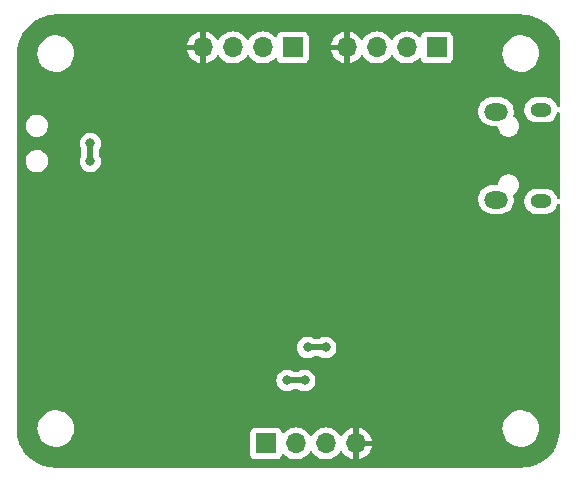
<source format=gbr>
%TF.GenerationSoftware,KiCad,Pcbnew,(6.0.8)*%
%TF.CreationDate,2023-08-22T19:06:44+05:30*%
%TF.ProjectId,stmwork,73746d77-6f72-46b2-9e6b-696361645f70,v1*%
%TF.SameCoordinates,Original*%
%TF.FileFunction,Copper,L2,Bot*%
%TF.FilePolarity,Positive*%
%FSLAX46Y46*%
G04 Gerber Fmt 4.6, Leading zero omitted, Abs format (unit mm)*
G04 Created by KiCad (PCBNEW (6.0.8)) date 2023-08-22 19:06:44*
%MOMM*%
%LPD*%
G01*
G04 APERTURE LIST*
%TA.AperFunction,ComponentPad*%
%ADD10R,1.700000X1.700000*%
%TD*%
%TA.AperFunction,ComponentPad*%
%ADD11O,1.700000X1.700000*%
%TD*%
%TA.AperFunction,ComponentPad*%
%ADD12O,1.800000X1.150000*%
%TD*%
%TA.AperFunction,ComponentPad*%
%ADD13O,2.000000X1.450000*%
%TD*%
%TA.AperFunction,ViaPad*%
%ADD14C,0.800000*%
%TD*%
%TA.AperFunction,Conductor*%
%ADD15C,0.500000*%
%TD*%
G04 APERTURE END LIST*
D10*
%TO.P,J2,1,Pin_1*%
%TO.N,+3.3V*%
X133096000Y-52832000D03*
D11*
%TO.P,J2,2,Pin_2*%
%TO.N,/USART1_TX*%
X130556000Y-52832000D03*
%TO.P,J2,3,Pin_3*%
%TO.N,/USART1_RX*%
X128016000Y-52832000D03*
%TO.P,J2,4,Pin_4*%
%TO.N,GND*%
X125476000Y-52832000D03*
%TD*%
D10*
%TO.P,J4,1,Pin_1*%
%TO.N,+3.3V*%
X145288000Y-52832000D03*
D11*
%TO.P,J4,2,Pin_2*%
%TO.N,/SWDIO*%
X142748000Y-52832000D03*
%TO.P,J4,3,Pin_3*%
%TO.N,/SWCLK*%
X140208000Y-52832000D03*
%TO.P,J4,4,Pin_4*%
%TO.N,GND*%
X137668000Y-52832000D03*
%TD*%
D10*
%TO.P,J1,1,Pin_1*%
%TO.N,+3.3V*%
X130820000Y-86360000D03*
D11*
%TO.P,J1,2,Pin_2*%
%TO.N,/I2C2_SCL*%
X133360000Y-86360000D03*
%TO.P,J1,3,Pin_3*%
%TO.N,/I2C2_SDA*%
X135900000Y-86360000D03*
%TO.P,J1,4,Pin_4*%
%TO.N,GND*%
X138440000Y-86360000D03*
%TD*%
D12*
%TO.P,J3,4,Shield*%
%TO.N,N/C*%
X154103000Y-65856000D03*
%TO.P,J3,1,Shield*%
X154103000Y-58106000D03*
D13*
%TO.P,J3,2,Shield*%
X150303000Y-58256000D03*
%TO.P,J3,3,Shield*%
X150303000Y-65706000D03*
%TD*%
D14*
%TO.N,GND*%
X127000000Y-63246000D03*
X140970000Y-83820000D03*
X140970000Y-86233000D03*
X125476000Y-55245000D03*
X137668000Y-55118000D03*
X149098000Y-60579000D03*
X140970000Y-66421000D03*
X136398000Y-77089000D03*
%TO.N,+3.3V*%
X115951000Y-60960000D03*
X115951000Y-62484000D03*
X134112000Y-81026000D03*
X132610500Y-81026000D03*
X134350500Y-78232000D03*
X135890000Y-78232000D03*
%TO.N,GND*%
X149511091Y-70210704D03*
X149479000Y-69215000D03*
X153162000Y-71247000D03*
X154178000Y-71247000D03*
X150495000Y-74422000D03*
X151511000Y-74422000D03*
X118491000Y-71882000D03*
X123825000Y-67564000D03*
X121031000Y-73660000D03*
X126746000Y-73279000D03*
X131953000Y-76708000D03*
X131191000Y-66802000D03*
X130810000Y-70104000D03*
X114935000Y-58674000D03*
%TD*%
D15*
%TO.N,+3.3V*%
X115951000Y-62484000D02*
X115951000Y-60960000D01*
X134112000Y-81026000D02*
X132610500Y-81026000D01*
X135890000Y-78232000D02*
X134350500Y-78232000D01*
%TD*%
%TA.AperFunction,Conductor*%
%TO.N,GND*%
G36*
X152365892Y-50032472D02*
G01*
X152372938Y-50033744D01*
X152372940Y-50033744D01*
X152381632Y-50035313D01*
X152390417Y-50034379D01*
X152390418Y-50034379D01*
X152401142Y-50033239D01*
X152423061Y-50032857D01*
X152637988Y-50048166D01*
X152736642Y-50055193D01*
X152748206Y-50056566D01*
X152848039Y-50073198D01*
X153087286Y-50113057D01*
X153098674Y-50115509D01*
X153264817Y-50159540D01*
X153430966Y-50203574D01*
X153442061Y-50207080D01*
X153460592Y-50213908D01*
X153764622Y-50325939D01*
X153775352Y-50330476D01*
X154085326Y-50479076D01*
X154095582Y-50484599D01*
X154390252Y-50661635D01*
X154399942Y-50668095D01*
X154676707Y-50872010D01*
X154685727Y-50879334D01*
X154942132Y-51108319D01*
X154950446Y-51116478D01*
X155184230Y-51368512D01*
X155191742Y-51377416D01*
X155400833Y-51650264D01*
X155407464Y-51659814D01*
X155581821Y-51937985D01*
X155590046Y-51951107D01*
X155595760Y-51961254D01*
X155666058Y-52101059D01*
X155696283Y-52161169D01*
X155709500Y-52216874D01*
X155709500Y-57789189D01*
X155689815Y-57856228D01*
X155637011Y-57901983D01*
X155567853Y-57911927D01*
X155504297Y-57882902D01*
X155464951Y-57818241D01*
X155450915Y-57760000D01*
X155450914Y-57759996D01*
X155449531Y-57754259D01*
X155364588Y-57567438D01*
X155298421Y-57474160D01*
X155249269Y-57404868D01*
X155249267Y-57404866D01*
X155245851Y-57400050D01*
X155097604Y-57258134D01*
X155092644Y-57254931D01*
X155092641Y-57254929D01*
X154930161Y-57150017D01*
X154925196Y-57146811D01*
X154734848Y-57070099D01*
X154729061Y-57068969D01*
X154729058Y-57068968D01*
X154537806Y-57031619D01*
X154533428Y-57030764D01*
X154528030Y-57030500D01*
X153726727Y-57030500D01*
X153573703Y-57045100D01*
X153568043Y-57046760D01*
X153568040Y-57046761D01*
X153461341Y-57078063D01*
X153376777Y-57102871D01*
X153194329Y-57196838D01*
X153032941Y-57323611D01*
X152898436Y-57478613D01*
X152895483Y-57483718D01*
X152895482Y-57483719D01*
X152847050Y-57567438D01*
X152795669Y-57656254D01*
X152728346Y-57850122D01*
X152698898Y-58053223D01*
X152708386Y-58258229D01*
X152742658Y-58400436D01*
X152752463Y-58441117D01*
X152756469Y-58457741D01*
X152841412Y-58644562D01*
X152844829Y-58649379D01*
X152949578Y-58797047D01*
X152960149Y-58811950D01*
X153108396Y-58953866D01*
X153113356Y-58957069D01*
X153113359Y-58957071D01*
X153235355Y-59035843D01*
X153280804Y-59065189D01*
X153471152Y-59141901D01*
X153476939Y-59143031D01*
X153476942Y-59143032D01*
X153602035Y-59167461D01*
X153672572Y-59181236D01*
X153677970Y-59181500D01*
X154479273Y-59181500D01*
X154632297Y-59166900D01*
X154637957Y-59165240D01*
X154637960Y-59165239D01*
X154787606Y-59121338D01*
X154829223Y-59109129D01*
X155011671Y-59015162D01*
X155173059Y-58888389D01*
X155239390Y-58811950D01*
X155303700Y-58737840D01*
X155303701Y-58737839D01*
X155307564Y-58733387D01*
X155338704Y-58679560D01*
X155407376Y-58560854D01*
X155410331Y-58555746D01*
X155468362Y-58388636D01*
X155508949Y-58331764D01*
X155573841Y-58305863D01*
X155642434Y-58319157D01*
X155692951Y-58367425D01*
X155709500Y-58429314D01*
X155709500Y-65539189D01*
X155689815Y-65606228D01*
X155637011Y-65651983D01*
X155567853Y-65661927D01*
X155504297Y-65632902D01*
X155464951Y-65568241D01*
X155450915Y-65510000D01*
X155450914Y-65509996D01*
X155449531Y-65504259D01*
X155364588Y-65317438D01*
X155245851Y-65150050D01*
X155097604Y-65008134D01*
X155092644Y-65004931D01*
X155092641Y-65004929D01*
X154930161Y-64900017D01*
X154925196Y-64896811D01*
X154734848Y-64820099D01*
X154729061Y-64818969D01*
X154729058Y-64818968D01*
X154537806Y-64781619D01*
X154533428Y-64780764D01*
X154528030Y-64780500D01*
X153726727Y-64780500D01*
X153573703Y-64795100D01*
X153568043Y-64796760D01*
X153568040Y-64796761D01*
X153492343Y-64818968D01*
X153376777Y-64852871D01*
X153194329Y-64946838D01*
X153032941Y-65073611D01*
X153029076Y-65078065D01*
X153029075Y-65078066D01*
X152963280Y-65153888D01*
X152898436Y-65228613D01*
X152895483Y-65233718D01*
X152895482Y-65233719D01*
X152849307Y-65313536D01*
X152795669Y-65406254D01*
X152728346Y-65600122D01*
X152698898Y-65803223D01*
X152708386Y-66008229D01*
X152756469Y-66207741D01*
X152841412Y-66394562D01*
X152844829Y-66399379D01*
X152940667Y-66534485D01*
X152960149Y-66561950D01*
X153108396Y-66703866D01*
X153113356Y-66707069D01*
X153113359Y-66707071D01*
X153238511Y-66787880D01*
X153280804Y-66815189D01*
X153471152Y-66891901D01*
X153476939Y-66893031D01*
X153476942Y-66893032D01*
X153651277Y-66927077D01*
X153672572Y-66931236D01*
X153677970Y-66931500D01*
X154479273Y-66931500D01*
X154632297Y-66916900D01*
X154637957Y-66915240D01*
X154637960Y-66915239D01*
X154765212Y-66877908D01*
X154829223Y-66859129D01*
X155011671Y-66765162D01*
X155173059Y-66638389D01*
X155307564Y-66483387D01*
X155356164Y-66399379D01*
X155407376Y-66310854D01*
X155410331Y-66305746D01*
X155468362Y-66138636D01*
X155508949Y-66081764D01*
X155573841Y-66055863D01*
X155642434Y-66069157D01*
X155692951Y-66117425D01*
X155709500Y-66179314D01*
X155709500Y-85049328D01*
X155708468Y-85065290D01*
X155705888Y-85085168D01*
X155704397Y-85096653D01*
X155707322Y-85115325D01*
X155708777Y-85137649D01*
X155705678Y-85260109D01*
X155701577Y-85422134D01*
X155700624Y-85434659D01*
X155661057Y-85745409D01*
X155658841Y-85757774D01*
X155588040Y-86062916D01*
X155584585Y-86074993D01*
X155483270Y-86371419D01*
X155478610Y-86383084D01*
X155347834Y-86667720D01*
X155342018Y-86678854D01*
X155183105Y-86948816D01*
X155176193Y-86959305D01*
X154990792Y-87211791D01*
X154982854Y-87221527D01*
X154820165Y-87401600D01*
X154772851Y-87453969D01*
X154763973Y-87462847D01*
X154655907Y-87560481D01*
X154531527Y-87672854D01*
X154521791Y-87680792D01*
X154269305Y-87866193D01*
X154258816Y-87873105D01*
X153988854Y-88032018D01*
X153977720Y-88037834D01*
X153693084Y-88168610D01*
X153681419Y-88173270D01*
X153384993Y-88274585D01*
X153372916Y-88278040D01*
X153067774Y-88348841D01*
X153055409Y-88351057D01*
X152744659Y-88390624D01*
X152732134Y-88391577D01*
X152454898Y-88398593D01*
X152429588Y-88396634D01*
X152419003Y-88394710D01*
X152410224Y-88395632D01*
X152410221Y-88395632D01*
X152379857Y-88398822D01*
X152366903Y-88399500D01*
X113070786Y-88399500D01*
X113054780Y-88398463D01*
X113032289Y-88395535D01*
X113032287Y-88395535D01*
X113023529Y-88394395D01*
X113004851Y-88397314D01*
X112982532Y-88398760D01*
X112698057Y-88391466D01*
X112685537Y-88390509D01*
X112374816Y-88350854D01*
X112362457Y-88348636D01*
X112057332Y-88277759D01*
X112045281Y-88274309D01*
X111749857Y-88173270D01*
X111748872Y-88172933D01*
X111737213Y-88168273D01*
X111452597Y-88037452D01*
X111441482Y-88031645D01*
X111171528Y-87872696D01*
X111161073Y-87865804D01*
X110908592Y-87680380D01*
X110898861Y-87672445D01*
X110881353Y-87656626D01*
X110666432Y-87462444D01*
X110657555Y-87453567D01*
X110535594Y-87318580D01*
X110447555Y-87221138D01*
X110439620Y-87211408D01*
X110254196Y-86958927D01*
X110247304Y-86948472D01*
X110088355Y-86678518D01*
X110082548Y-86667403D01*
X109951727Y-86382787D01*
X109947067Y-86371128D01*
X109891206Y-86207798D01*
X109845691Y-86074719D01*
X109842241Y-86062668D01*
X109771364Y-85757542D01*
X109769146Y-85745184D01*
X109729491Y-85434463D01*
X109728534Y-85421943D01*
X109724385Y-85260109D01*
X109721426Y-85144716D01*
X109721459Y-85144288D01*
X111475404Y-85144288D01*
X111475976Y-85149231D01*
X111475976Y-85149233D01*
X111496352Y-85325336D01*
X111504081Y-85392140D01*
X111572017Y-85632219D01*
X111574123Y-85636736D01*
X111574124Y-85636738D01*
X111675356Y-85853832D01*
X111677462Y-85858348D01*
X111817706Y-86064710D01*
X111821124Y-86068324D01*
X111821126Y-86068327D01*
X111985716Y-86242376D01*
X111985720Y-86242380D01*
X111989138Y-86245994D01*
X111993091Y-86249016D01*
X111993094Y-86249019D01*
X112168444Y-86383084D01*
X112187349Y-86397538D01*
X112191738Y-86399892D01*
X112191739Y-86399892D01*
X112402852Y-86513091D01*
X112402855Y-86513092D01*
X112407239Y-86515443D01*
X112643152Y-86596674D01*
X112648054Y-86597521D01*
X112648055Y-86597521D01*
X112715739Y-86609212D01*
X112889017Y-86639142D01*
X112892901Y-86639318D01*
X112892907Y-86639319D01*
X112903439Y-86639797D01*
X112918922Y-86640500D01*
X113092691Y-86640500D01*
X113095148Y-86640302D01*
X113095156Y-86640302D01*
X113200009Y-86631865D01*
X113278702Y-86625534D01*
X113496139Y-86572126D01*
X113516178Y-86567204D01*
X113516179Y-86567204D01*
X113521006Y-86566018D01*
X113750677Y-86468529D01*
X113904885Y-86371419D01*
X113957600Y-86338223D01*
X113957601Y-86338222D01*
X113961808Y-86335573D01*
X114148965Y-86170572D01*
X114307334Y-85977770D01*
X114432840Y-85762128D01*
X114522255Y-85529195D01*
X114536163Y-85462623D01*
X129469500Y-85462623D01*
X129469501Y-87257376D01*
X129476149Y-87318580D01*
X129526474Y-87452824D01*
X129531769Y-87459889D01*
X129531770Y-87459891D01*
X129584688Y-87530498D01*
X129612454Y-87567546D01*
X129619519Y-87572841D01*
X129720109Y-87648230D01*
X129720111Y-87648231D01*
X129727176Y-87653526D01*
X129861420Y-87703851D01*
X129922623Y-87710500D01*
X130819866Y-87710500D01*
X131717376Y-87710499D01*
X131778580Y-87703851D01*
X131912824Y-87653526D01*
X131919889Y-87648231D01*
X131919891Y-87648230D01*
X132020481Y-87572841D01*
X132027546Y-87567546D01*
X132055312Y-87530498D01*
X132108230Y-87459891D01*
X132108231Y-87459889D01*
X132113526Y-87452824D01*
X132163003Y-87320843D01*
X132204966Y-87264980D01*
X132270471Y-87240671D01*
X132338719Y-87255637D01*
X132366793Y-87276689D01*
X132488599Y-87398495D01*
X132682170Y-87534035D01*
X132896337Y-87633903D01*
X132949807Y-87648230D01*
X133119366Y-87693663D01*
X133119369Y-87693664D01*
X133124592Y-87695063D01*
X133129979Y-87695534D01*
X133129983Y-87695535D01*
X133354605Y-87715187D01*
X133360000Y-87715659D01*
X133365395Y-87715187D01*
X133590017Y-87695535D01*
X133590021Y-87695534D01*
X133595408Y-87695063D01*
X133600631Y-87693664D01*
X133600634Y-87693663D01*
X133770193Y-87648230D01*
X133823663Y-87633903D01*
X134037830Y-87534035D01*
X134231401Y-87398495D01*
X134398495Y-87231401D01*
X134401597Y-87226970D01*
X134401601Y-87226966D01*
X134528425Y-87045841D01*
X134583002Y-87002216D01*
X134652500Y-86995022D01*
X134714855Y-87026545D01*
X134731575Y-87045841D01*
X134858399Y-87226966D01*
X134858403Y-87226970D01*
X134861505Y-87231401D01*
X135028599Y-87398495D01*
X135222170Y-87534035D01*
X135436337Y-87633903D01*
X135489807Y-87648230D01*
X135659366Y-87693663D01*
X135659369Y-87693664D01*
X135664592Y-87695063D01*
X135669979Y-87695534D01*
X135669983Y-87695535D01*
X135894605Y-87715187D01*
X135900000Y-87715659D01*
X135905395Y-87715187D01*
X136130017Y-87695535D01*
X136130021Y-87695534D01*
X136135408Y-87695063D01*
X136140631Y-87693664D01*
X136140634Y-87693663D01*
X136310193Y-87648230D01*
X136363663Y-87633903D01*
X136577830Y-87534035D01*
X136771401Y-87398495D01*
X136938495Y-87231401D01*
X136941597Y-87226970D01*
X136941601Y-87226966D01*
X137068730Y-87045405D01*
X137123307Y-87001780D01*
X137192805Y-86994586D01*
X137255160Y-87026109D01*
X137271880Y-87045404D01*
X137398788Y-87226648D01*
X137405719Y-87234907D01*
X137565091Y-87394279D01*
X137573357Y-87401215D01*
X137757992Y-87530498D01*
X137767324Y-87535886D01*
X137971603Y-87631143D01*
X137981736Y-87634832D01*
X138172779Y-87686022D01*
X138186653Y-87685691D01*
X138190000Y-87677875D01*
X138190000Y-87672806D01*
X138690000Y-87672806D01*
X138693910Y-87686123D01*
X138702326Y-87687333D01*
X138898264Y-87634832D01*
X138908397Y-87631143D01*
X139112676Y-87535886D01*
X139122008Y-87530498D01*
X139306643Y-87401215D01*
X139314909Y-87394279D01*
X139474281Y-87234907D01*
X139481216Y-87226643D01*
X139610492Y-87042017D01*
X139615890Y-87032667D01*
X139711143Y-86828397D01*
X139714832Y-86818264D01*
X139766022Y-86627221D01*
X139765691Y-86613347D01*
X139757875Y-86610000D01*
X138707830Y-86610000D01*
X138692831Y-86614404D01*
X138691644Y-86615774D01*
X138690000Y-86623332D01*
X138690000Y-87672806D01*
X138190000Y-87672806D01*
X138190000Y-86092170D01*
X138690000Y-86092170D01*
X138694404Y-86107169D01*
X138695774Y-86108356D01*
X138703332Y-86110000D01*
X139752806Y-86110000D01*
X139766123Y-86106090D01*
X139767333Y-86097674D01*
X139714832Y-85901736D01*
X139711143Y-85891603D01*
X139615890Y-85687333D01*
X139610492Y-85677983D01*
X139481216Y-85493357D01*
X139474281Y-85485093D01*
X139314909Y-85325721D01*
X139306643Y-85318785D01*
X139122008Y-85189502D01*
X139112676Y-85184114D01*
X139027269Y-85144288D01*
X150845404Y-85144288D01*
X150845976Y-85149231D01*
X150845976Y-85149233D01*
X150866352Y-85325336D01*
X150874081Y-85392140D01*
X150942017Y-85632219D01*
X150944123Y-85636736D01*
X150944124Y-85636738D01*
X151045356Y-85853832D01*
X151047462Y-85858348D01*
X151187706Y-86064710D01*
X151191124Y-86068324D01*
X151191126Y-86068327D01*
X151355716Y-86242376D01*
X151355720Y-86242380D01*
X151359138Y-86245994D01*
X151363091Y-86249016D01*
X151363094Y-86249019D01*
X151538444Y-86383084D01*
X151557349Y-86397538D01*
X151561738Y-86399892D01*
X151561739Y-86399892D01*
X151772852Y-86513091D01*
X151772855Y-86513092D01*
X151777239Y-86515443D01*
X152013152Y-86596674D01*
X152018054Y-86597521D01*
X152018055Y-86597521D01*
X152085739Y-86609212D01*
X152259017Y-86639142D01*
X152262901Y-86639318D01*
X152262907Y-86639319D01*
X152273439Y-86639797D01*
X152288922Y-86640500D01*
X152462691Y-86640500D01*
X152465148Y-86640302D01*
X152465156Y-86640302D01*
X152570009Y-86631865D01*
X152648702Y-86625534D01*
X152866139Y-86572126D01*
X152886178Y-86567204D01*
X152886179Y-86567204D01*
X152891006Y-86566018D01*
X153120677Y-86468529D01*
X153274885Y-86371419D01*
X153327600Y-86338223D01*
X153327601Y-86338222D01*
X153331808Y-86335573D01*
X153518965Y-86170572D01*
X153677334Y-85977770D01*
X153802840Y-85762128D01*
X153892255Y-85529195D01*
X153943278Y-85284961D01*
X153954596Y-85035712D01*
X153952333Y-85016149D01*
X153926492Y-84792811D01*
X153926492Y-84792809D01*
X153925919Y-84787860D01*
X153857983Y-84547781D01*
X153795399Y-84413567D01*
X153754644Y-84326168D01*
X153754643Y-84326166D01*
X153752538Y-84321652D01*
X153612294Y-84115290D01*
X153608874Y-84111673D01*
X153444284Y-83937624D01*
X153444280Y-83937620D01*
X153440862Y-83934006D01*
X153436909Y-83930984D01*
X153436906Y-83930981D01*
X153246608Y-83785487D01*
X153246605Y-83785485D01*
X153242651Y-83782462D01*
X153115206Y-83714126D01*
X153027148Y-83666909D01*
X153027145Y-83666908D01*
X153022761Y-83664557D01*
X152786848Y-83583326D01*
X152781946Y-83582479D01*
X152781945Y-83582479D01*
X152714261Y-83570788D01*
X152540983Y-83540858D01*
X152537099Y-83540682D01*
X152537093Y-83540681D01*
X152526561Y-83540203D01*
X152511078Y-83539500D01*
X152337309Y-83539500D01*
X152334852Y-83539698D01*
X152334844Y-83539698D01*
X152229991Y-83548135D01*
X152151298Y-83554466D01*
X151908994Y-83613982D01*
X151679323Y-83711471D01*
X151468192Y-83844427D01*
X151281035Y-84009428D01*
X151122666Y-84202230D01*
X150997160Y-84417872D01*
X150907745Y-84650805D01*
X150856722Y-84895039D01*
X150845404Y-85144288D01*
X139027269Y-85144288D01*
X138908397Y-85088857D01*
X138898264Y-85085168D01*
X138707221Y-85033978D01*
X138693347Y-85034309D01*
X138690000Y-85042125D01*
X138690000Y-86092170D01*
X138190000Y-86092170D01*
X138190000Y-85047194D01*
X138186090Y-85033877D01*
X138177674Y-85032667D01*
X137981736Y-85085168D01*
X137971603Y-85088857D01*
X137767333Y-85184110D01*
X137757983Y-85189508D01*
X137573357Y-85318784D01*
X137565093Y-85325719D01*
X137405719Y-85485093D01*
X137398788Y-85493352D01*
X137271880Y-85674596D01*
X137217303Y-85718220D01*
X137147804Y-85725413D01*
X137085450Y-85693891D01*
X137068730Y-85674595D01*
X136941601Y-85493034D01*
X136941597Y-85493030D01*
X136938495Y-85488599D01*
X136771401Y-85321505D01*
X136577830Y-85185965D01*
X136363663Y-85086097D01*
X136220418Y-85047715D01*
X136140634Y-85026337D01*
X136140631Y-85026336D01*
X136135408Y-85024937D01*
X136130021Y-85024466D01*
X136130017Y-85024465D01*
X135905395Y-85004813D01*
X135900000Y-85004341D01*
X135894605Y-85004813D01*
X135669983Y-85024465D01*
X135669979Y-85024466D01*
X135664592Y-85024937D01*
X135659369Y-85026336D01*
X135659366Y-85026337D01*
X135579582Y-85047715D01*
X135436337Y-85086097D01*
X135431433Y-85088384D01*
X135431427Y-85088386D01*
X135310627Y-85144717D01*
X135222171Y-85185965D01*
X135217734Y-85189072D01*
X135217732Y-85189073D01*
X135033034Y-85318399D01*
X135033033Y-85318400D01*
X135028599Y-85321505D01*
X134861505Y-85488599D01*
X134858403Y-85493030D01*
X134858399Y-85493034D01*
X134731575Y-85674159D01*
X134676998Y-85717784D01*
X134607500Y-85724978D01*
X134545145Y-85693455D01*
X134528425Y-85674159D01*
X134401601Y-85493034D01*
X134401597Y-85493030D01*
X134398495Y-85488599D01*
X134231401Y-85321505D01*
X134037830Y-85185965D01*
X133823663Y-85086097D01*
X133680418Y-85047715D01*
X133600634Y-85026337D01*
X133600631Y-85026336D01*
X133595408Y-85024937D01*
X133590021Y-85024466D01*
X133590017Y-85024465D01*
X133365395Y-85004813D01*
X133360000Y-85004341D01*
X133354605Y-85004813D01*
X133129983Y-85024465D01*
X133129979Y-85024466D01*
X133124592Y-85024937D01*
X133119369Y-85026336D01*
X133119366Y-85026337D01*
X133039582Y-85047715D01*
X132896337Y-85086097D01*
X132891433Y-85088384D01*
X132891427Y-85088386D01*
X132770627Y-85144717D01*
X132682171Y-85185965D01*
X132677734Y-85189072D01*
X132677732Y-85189073D01*
X132493034Y-85318399D01*
X132493033Y-85318400D01*
X132488599Y-85321505D01*
X132366793Y-85443311D01*
X132305470Y-85476796D01*
X132235778Y-85471812D01*
X132179845Y-85429940D01*
X132163002Y-85399156D01*
X132116627Y-85275447D01*
X132116626Y-85275445D01*
X132113526Y-85267176D01*
X132027546Y-85152454D01*
X131983448Y-85119404D01*
X131919891Y-85071770D01*
X131919889Y-85071769D01*
X131912824Y-85066474D01*
X131778580Y-85016149D01*
X131717377Y-85009500D01*
X130820134Y-85009500D01*
X129922624Y-85009501D01*
X129861420Y-85016149D01*
X129727176Y-85066474D01*
X129720111Y-85071769D01*
X129720109Y-85071770D01*
X129656552Y-85119404D01*
X129612454Y-85152454D01*
X129526474Y-85267176D01*
X129476149Y-85401420D01*
X129469500Y-85462623D01*
X114536163Y-85462623D01*
X114573278Y-85284961D01*
X114584596Y-85035712D01*
X114582333Y-85016149D01*
X114556492Y-84792811D01*
X114556492Y-84792809D01*
X114555919Y-84787860D01*
X114487983Y-84547781D01*
X114425399Y-84413567D01*
X114384644Y-84326168D01*
X114384643Y-84326166D01*
X114382538Y-84321652D01*
X114242294Y-84115290D01*
X114238874Y-84111673D01*
X114074284Y-83937624D01*
X114074280Y-83937620D01*
X114070862Y-83934006D01*
X114066909Y-83930984D01*
X114066906Y-83930981D01*
X113876608Y-83785487D01*
X113876605Y-83785485D01*
X113872651Y-83782462D01*
X113745206Y-83714126D01*
X113657148Y-83666909D01*
X113657145Y-83666908D01*
X113652761Y-83664557D01*
X113416848Y-83583326D01*
X113411946Y-83582479D01*
X113411945Y-83582479D01*
X113344261Y-83570788D01*
X113170983Y-83540858D01*
X113167099Y-83540682D01*
X113167093Y-83540681D01*
X113156561Y-83540203D01*
X113141078Y-83539500D01*
X112967309Y-83539500D01*
X112964852Y-83539698D01*
X112964844Y-83539698D01*
X112859991Y-83548135D01*
X112781298Y-83554466D01*
X112538994Y-83613982D01*
X112309323Y-83711471D01*
X112098192Y-83844427D01*
X111911035Y-84009428D01*
X111752666Y-84202230D01*
X111627160Y-84417872D01*
X111537745Y-84650805D01*
X111486722Y-84895039D01*
X111475404Y-85144288D01*
X109721459Y-85144288D01*
X109723377Y-85119404D01*
X109723720Y-85117515D01*
X109723720Y-85117508D01*
X109725296Y-85108822D01*
X109721183Y-85069797D01*
X109720500Y-85056800D01*
X109720500Y-81026000D01*
X131705040Y-81026000D01*
X131724826Y-81214256D01*
X131783321Y-81394284D01*
X131877967Y-81558216D01*
X132004629Y-81698888D01*
X132157770Y-81810151D01*
X132330697Y-81887144D01*
X132399137Y-81901691D01*
X132509491Y-81925148D01*
X132509496Y-81925148D01*
X132515854Y-81926500D01*
X132705146Y-81926500D01*
X132711504Y-81925148D01*
X132711509Y-81925148D01*
X132821863Y-81901691D01*
X132890303Y-81887144D01*
X133063230Y-81810151D01*
X133076952Y-81800181D01*
X133142756Y-81776702D01*
X133149836Y-81776500D01*
X133572664Y-81776500D01*
X133639703Y-81796185D01*
X133645529Y-81800167D01*
X133659270Y-81810151D01*
X133832197Y-81887144D01*
X133900637Y-81901691D01*
X134010991Y-81925148D01*
X134010996Y-81925148D01*
X134017354Y-81926500D01*
X134206646Y-81926500D01*
X134213004Y-81925148D01*
X134213009Y-81925148D01*
X134323363Y-81901691D01*
X134391803Y-81887144D01*
X134564730Y-81810151D01*
X134717871Y-81698888D01*
X134844533Y-81558216D01*
X134939179Y-81394284D01*
X134997674Y-81214256D01*
X135017460Y-81026000D01*
X134997674Y-80837744D01*
X134939179Y-80657716D01*
X134844533Y-80493784D01*
X134717871Y-80353112D01*
X134564730Y-80241849D01*
X134391803Y-80164856D01*
X134323363Y-80150309D01*
X134213009Y-80126852D01*
X134213004Y-80126852D01*
X134206646Y-80125500D01*
X134017354Y-80125500D01*
X134010996Y-80126852D01*
X134010991Y-80126852D01*
X133900637Y-80150309D01*
X133832197Y-80164856D01*
X133659270Y-80241849D01*
X133645548Y-80251819D01*
X133579744Y-80275298D01*
X133572664Y-80275500D01*
X133149836Y-80275500D01*
X133082797Y-80255815D01*
X133076971Y-80251833D01*
X133063230Y-80241849D01*
X132890303Y-80164856D01*
X132821863Y-80150309D01*
X132711509Y-80126852D01*
X132711504Y-80126852D01*
X132705146Y-80125500D01*
X132515854Y-80125500D01*
X132509496Y-80126852D01*
X132509491Y-80126852D01*
X132399137Y-80150309D01*
X132330697Y-80164856D01*
X132157770Y-80241849D01*
X132004629Y-80353112D01*
X131877967Y-80493784D01*
X131783321Y-80657716D01*
X131724826Y-80837744D01*
X131705040Y-81026000D01*
X109720500Y-81026000D01*
X109720500Y-78232000D01*
X133445040Y-78232000D01*
X133464826Y-78420256D01*
X133523321Y-78600284D01*
X133617967Y-78764216D01*
X133744629Y-78904888D01*
X133897770Y-79016151D01*
X134070697Y-79093144D01*
X134139137Y-79107691D01*
X134249491Y-79131148D01*
X134249496Y-79131148D01*
X134255854Y-79132500D01*
X134445146Y-79132500D01*
X134451504Y-79131148D01*
X134451509Y-79131148D01*
X134561863Y-79107691D01*
X134630303Y-79093144D01*
X134803230Y-79016151D01*
X134816952Y-79006181D01*
X134882756Y-78982702D01*
X134889836Y-78982500D01*
X135350664Y-78982500D01*
X135417703Y-79002185D01*
X135423529Y-79006167D01*
X135437270Y-79016151D01*
X135610197Y-79093144D01*
X135678637Y-79107691D01*
X135788991Y-79131148D01*
X135788996Y-79131148D01*
X135795354Y-79132500D01*
X135984646Y-79132500D01*
X135991004Y-79131148D01*
X135991009Y-79131148D01*
X136101363Y-79107691D01*
X136169803Y-79093144D01*
X136342730Y-79016151D01*
X136495871Y-78904888D01*
X136622533Y-78764216D01*
X136717179Y-78600284D01*
X136775674Y-78420256D01*
X136795460Y-78232000D01*
X136775674Y-78043744D01*
X136717179Y-77863716D01*
X136622533Y-77699784D01*
X136495871Y-77559112D01*
X136342730Y-77447849D01*
X136169803Y-77370856D01*
X136101363Y-77356309D01*
X135991009Y-77332852D01*
X135991004Y-77332852D01*
X135984646Y-77331500D01*
X135795354Y-77331500D01*
X135788996Y-77332852D01*
X135788991Y-77332852D01*
X135678637Y-77356309D01*
X135610197Y-77370856D01*
X135437270Y-77447849D01*
X135423548Y-77457819D01*
X135357744Y-77481298D01*
X135350664Y-77481500D01*
X134889836Y-77481500D01*
X134822797Y-77461815D01*
X134816971Y-77457833D01*
X134803230Y-77447849D01*
X134630303Y-77370856D01*
X134561863Y-77356309D01*
X134451509Y-77332852D01*
X134451504Y-77332852D01*
X134445146Y-77331500D01*
X134255854Y-77331500D01*
X134249496Y-77332852D01*
X134249491Y-77332852D01*
X134139137Y-77356309D01*
X134070697Y-77370856D01*
X133897770Y-77447849D01*
X133744629Y-77559112D01*
X133617967Y-77699784D01*
X133523321Y-77863716D01*
X133464826Y-78043744D01*
X133445040Y-78232000D01*
X109720500Y-78232000D01*
X109720500Y-65744649D01*
X148798154Y-65744649D01*
X148824435Y-65961826D01*
X148826060Y-65967108D01*
X148878830Y-66138636D01*
X148888760Y-66170915D01*
X148989094Y-66365310D01*
X148992452Y-66369686D01*
X148992455Y-66369691D01*
X149015236Y-66399379D01*
X149122267Y-66538864D01*
X149284069Y-66686093D01*
X149288745Y-66689026D01*
X149288746Y-66689027D01*
X149464703Y-66799405D01*
X149464708Y-66799408D01*
X149469386Y-66802342D01*
X149672360Y-66883937D01*
X149886575Y-66928298D01*
X149942104Y-66931500D01*
X150633496Y-66931500D01*
X150636239Y-66931255D01*
X150636243Y-66931255D01*
X150790394Y-66917497D01*
X150790395Y-66917497D01*
X150795894Y-66917006D01*
X151006902Y-66859281D01*
X151132436Y-66799405D01*
X151199371Y-66767479D01*
X151199373Y-66767478D01*
X151204352Y-66765103D01*
X151310222Y-66689027D01*
X151377518Y-66640670D01*
X151377519Y-66640669D01*
X151382003Y-66637447D01*
X151534242Y-66480349D01*
X151588652Y-66399379D01*
X151653174Y-66303359D01*
X151653175Y-66303357D01*
X151656254Y-66298775D01*
X151744184Y-66098464D01*
X151795253Y-65885748D01*
X151799671Y-65809120D01*
X151807528Y-65672868D01*
X151807528Y-65672867D01*
X151807846Y-65667351D01*
X151781565Y-65450174D01*
X151779943Y-65444900D01*
X151779941Y-65444893D01*
X151765513Y-65397995D01*
X151764615Y-65328131D01*
X151801631Y-65268872D01*
X151811146Y-65261216D01*
X151953612Y-65157709D01*
X151953613Y-65157708D01*
X151958871Y-65153888D01*
X152085533Y-65013216D01*
X152180179Y-64849284D01*
X152238674Y-64669256D01*
X152258460Y-64481000D01*
X152238674Y-64292744D01*
X152180179Y-64112716D01*
X152085533Y-63948784D01*
X151958871Y-63808112D01*
X151805730Y-63696849D01*
X151632803Y-63619856D01*
X151564363Y-63605309D01*
X151454009Y-63581852D01*
X151454004Y-63581852D01*
X151447646Y-63580500D01*
X151258354Y-63580500D01*
X151251996Y-63581852D01*
X151251991Y-63581852D01*
X151141637Y-63605309D01*
X151073197Y-63619856D01*
X150900270Y-63696849D01*
X150747129Y-63808112D01*
X150620467Y-63948784D01*
X150525821Y-64112716D01*
X150467326Y-64292744D01*
X150466647Y-64299205D01*
X150459263Y-64369461D01*
X150432679Y-64434076D01*
X150375381Y-64474061D01*
X150335942Y-64480500D01*
X149972504Y-64480500D01*
X149969761Y-64480745D01*
X149969757Y-64480745D01*
X149815606Y-64494503D01*
X149815605Y-64494503D01*
X149810106Y-64494994D01*
X149599098Y-64552719D01*
X149401648Y-64646897D01*
X149223997Y-64774553D01*
X149071758Y-64931651D01*
X149068680Y-64936231D01*
X149068678Y-64936234D01*
X148952826Y-65108641D01*
X148949746Y-65113225D01*
X148861816Y-65313536D01*
X148810747Y-65526252D01*
X148798154Y-65744649D01*
X109720500Y-65744649D01*
X109720500Y-62506671D01*
X110475739Y-62506671D01*
X110504614Y-62697599D01*
X110506781Y-62703490D01*
X110506783Y-62703496D01*
X110559253Y-62846106D01*
X110571290Y-62878821D01*
X110622026Y-62960649D01*
X110659473Y-63021044D01*
X110673045Y-63042934D01*
X110805721Y-63183235D01*
X110963898Y-63293991D01*
X110969663Y-63296486D01*
X110969667Y-63296488D01*
X111082105Y-63345144D01*
X111141115Y-63370680D01*
X111330133Y-63410168D01*
X111336468Y-63410500D01*
X111478259Y-63410500D01*
X111481377Y-63410183D01*
X111481383Y-63410183D01*
X111555769Y-63402627D01*
X111622110Y-63395888D01*
X111806373Y-63338144D01*
X111886028Y-63293991D01*
X111969768Y-63247573D01*
X111969769Y-63247572D01*
X111975261Y-63244528D01*
X111980031Y-63240440D01*
X112117105Y-63122953D01*
X112117108Y-63122950D01*
X112121875Y-63118864D01*
X112240227Y-62966286D01*
X112280640Y-62884157D01*
X112322708Y-62798662D01*
X112322709Y-62798660D01*
X112325481Y-62793026D01*
X112355330Y-62678435D01*
X112372573Y-62612238D01*
X112372574Y-62612234D01*
X112374155Y-62606163D01*
X112380557Y-62484000D01*
X115045540Y-62484000D01*
X115065326Y-62672256D01*
X115123821Y-62852284D01*
X115218467Y-63016216D01*
X115345129Y-63156888D01*
X115498270Y-63268151D01*
X115671197Y-63345144D01*
X115739637Y-63359691D01*
X115849991Y-63383148D01*
X115849996Y-63383148D01*
X115856354Y-63384500D01*
X116045646Y-63384500D01*
X116052004Y-63383148D01*
X116052009Y-63383148D01*
X116162363Y-63359691D01*
X116230803Y-63345144D01*
X116403730Y-63268151D01*
X116556871Y-63156888D01*
X116683533Y-63016216D01*
X116778179Y-62852284D01*
X116836674Y-62672256D01*
X116856460Y-62484000D01*
X116836674Y-62295744D01*
X116778179Y-62115716D01*
X116718113Y-62011678D01*
X116701500Y-61949679D01*
X116701500Y-61494321D01*
X116718113Y-61432321D01*
X116774931Y-61333910D01*
X116774932Y-61333909D01*
X116778179Y-61328284D01*
X116836674Y-61148256D01*
X116856460Y-60960000D01*
X116836674Y-60771744D01*
X116778179Y-60591716D01*
X116683533Y-60427784D01*
X116667971Y-60410500D01*
X116561220Y-60291942D01*
X116556871Y-60287112D01*
X116403730Y-60175849D01*
X116362988Y-60157709D01*
X116264596Y-60113902D01*
X116230803Y-60098856D01*
X116162363Y-60084309D01*
X116052009Y-60060852D01*
X116052004Y-60060852D01*
X116045646Y-60059500D01*
X115856354Y-60059500D01*
X115849996Y-60060852D01*
X115849991Y-60060852D01*
X115739637Y-60084309D01*
X115671197Y-60098856D01*
X115637404Y-60113902D01*
X115539013Y-60157709D01*
X115498270Y-60175849D01*
X115345129Y-60287112D01*
X115340780Y-60291942D01*
X115234030Y-60410500D01*
X115218467Y-60427784D01*
X115123821Y-60591716D01*
X115065326Y-60771744D01*
X115045540Y-60960000D01*
X115065326Y-61148256D01*
X115123821Y-61328284D01*
X115127068Y-61333909D01*
X115127069Y-61333910D01*
X115183887Y-61432321D01*
X115200500Y-61494321D01*
X115200500Y-61949679D01*
X115183887Y-62011678D01*
X115123821Y-62115716D01*
X115065326Y-62295744D01*
X115045540Y-62484000D01*
X112380557Y-62484000D01*
X112384261Y-62413329D01*
X112355386Y-62222401D01*
X112353219Y-62216510D01*
X112353217Y-62216504D01*
X112290879Y-62047074D01*
X112290879Y-62047073D01*
X112288710Y-62041179D01*
X112186955Y-61877066D01*
X112054279Y-61736765D01*
X111896102Y-61626009D01*
X111890337Y-61623514D01*
X111890333Y-61623512D01*
X111724648Y-61551814D01*
X111724649Y-61551814D01*
X111718885Y-61549320D01*
X111529867Y-61509832D01*
X111523532Y-61509500D01*
X111381741Y-61509500D01*
X111378623Y-61509817D01*
X111378617Y-61509817D01*
X111304231Y-61517373D01*
X111237890Y-61524112D01*
X111053627Y-61581856D01*
X111048137Y-61584899D01*
X111048135Y-61584900D01*
X110967469Y-61629614D01*
X110884739Y-61675472D01*
X110879971Y-61679558D01*
X110879969Y-61679560D01*
X110742895Y-61797047D01*
X110742892Y-61797050D01*
X110738125Y-61801136D01*
X110619773Y-61953714D01*
X110617000Y-61959349D01*
X110616999Y-61959351D01*
X110537292Y-62121338D01*
X110534519Y-62126974D01*
X110532937Y-62133047D01*
X110532936Y-62133050D01*
X110488875Y-62302205D01*
X110485845Y-62313837D01*
X110475739Y-62506671D01*
X109720500Y-62506671D01*
X109720500Y-59506671D01*
X110475739Y-59506671D01*
X110504614Y-59697599D01*
X110506781Y-59703490D01*
X110506783Y-59703496D01*
X110569121Y-59872926D01*
X110571290Y-59878821D01*
X110673045Y-60042934D01*
X110805721Y-60183235D01*
X110810871Y-60186841D01*
X110954074Y-60287112D01*
X110963898Y-60293991D01*
X110969663Y-60296486D01*
X110969667Y-60296488D01*
X111078297Y-60343496D01*
X111141115Y-60370680D01*
X111330133Y-60410168D01*
X111336468Y-60410500D01*
X111478259Y-60410500D01*
X111481377Y-60410183D01*
X111481383Y-60410183D01*
X111555769Y-60402627D01*
X111622110Y-60395888D01*
X111806373Y-60338144D01*
X111886028Y-60293991D01*
X111969768Y-60247573D01*
X111969769Y-60247572D01*
X111975261Y-60244528D01*
X111980031Y-60240440D01*
X112117105Y-60122953D01*
X112117108Y-60122950D01*
X112121875Y-60118864D01*
X112240227Y-59966286D01*
X112280640Y-59884157D01*
X112322708Y-59798662D01*
X112322709Y-59798660D01*
X112325481Y-59793026D01*
X112374155Y-59606163D01*
X112376890Y-59553989D01*
X112383932Y-59419602D01*
X112384261Y-59413329D01*
X112355386Y-59222401D01*
X112353219Y-59216510D01*
X112353217Y-59216504D01*
X112290879Y-59047074D01*
X112290879Y-59047073D01*
X112288710Y-59041179D01*
X112213384Y-58919691D01*
X112190265Y-58882404D01*
X112190264Y-58882402D01*
X112186955Y-58877066D01*
X112054279Y-58736765D01*
X111962394Y-58672427D01*
X111901251Y-58629614D01*
X111901249Y-58629613D01*
X111896102Y-58626009D01*
X111890337Y-58623514D01*
X111890333Y-58623512D01*
X111745538Y-58560854D01*
X111718885Y-58549320D01*
X111529867Y-58509832D01*
X111523532Y-58509500D01*
X111381741Y-58509500D01*
X111378623Y-58509817D01*
X111378617Y-58509817D01*
X111306842Y-58517108D01*
X111237890Y-58524112D01*
X111053627Y-58581856D01*
X111048137Y-58584899D01*
X111048135Y-58584900D01*
X110931812Y-58649379D01*
X110884739Y-58675472D01*
X110879971Y-58679558D01*
X110879969Y-58679560D01*
X110742895Y-58797047D01*
X110742892Y-58797050D01*
X110738125Y-58801136D01*
X110619773Y-58953714D01*
X110617000Y-58959349D01*
X110616999Y-58959351D01*
X110576735Y-59041179D01*
X110534519Y-59126974D01*
X110532937Y-59133047D01*
X110532936Y-59133050D01*
X110492949Y-59286565D01*
X110485845Y-59313837D01*
X110475739Y-59506671D01*
X109720500Y-59506671D01*
X109720500Y-58294649D01*
X148798154Y-58294649D01*
X148806290Y-58361878D01*
X148818541Y-58463116D01*
X148824435Y-58511826D01*
X148826060Y-58517108D01*
X148882415Y-58700289D01*
X148888760Y-58720915D01*
X148891291Y-58725818D01*
X148891291Y-58725819D01*
X148899298Y-58741332D01*
X148989094Y-58915310D01*
X148992452Y-58919686D01*
X148992455Y-58919691D01*
X149062914Y-59011514D01*
X149122267Y-59088864D01*
X149157955Y-59121338D01*
X149275848Y-59228612D01*
X149284069Y-59236093D01*
X149288745Y-59239026D01*
X149288746Y-59239027D01*
X149464703Y-59349405D01*
X149464708Y-59349408D01*
X149469386Y-59352342D01*
X149672360Y-59433937D01*
X149886575Y-59478298D01*
X149942104Y-59481500D01*
X150335942Y-59481500D01*
X150402981Y-59501185D01*
X150448736Y-59553989D01*
X150459263Y-59592539D01*
X150467326Y-59669256D01*
X150525821Y-59849284D01*
X150620467Y-60013216D01*
X150624813Y-60018043D01*
X150624814Y-60018044D01*
X150662141Y-60059500D01*
X150747129Y-60153888D01*
X150900270Y-60265151D01*
X150906206Y-60267794D01*
X150906208Y-60267795D01*
X150949595Y-60287112D01*
X151073197Y-60342144D01*
X151141637Y-60356691D01*
X151251991Y-60380148D01*
X151251996Y-60380148D01*
X151258354Y-60381500D01*
X151447646Y-60381500D01*
X151454004Y-60380148D01*
X151454009Y-60380148D01*
X151564363Y-60356691D01*
X151632803Y-60342144D01*
X151756405Y-60287112D01*
X151799792Y-60267795D01*
X151799794Y-60267794D01*
X151805730Y-60265151D01*
X151958871Y-60153888D01*
X152043859Y-60059500D01*
X152081186Y-60018044D01*
X152081187Y-60018043D01*
X152085533Y-60013216D01*
X152180179Y-59849284D01*
X152238674Y-59669256D01*
X152258460Y-59481000D01*
X152238674Y-59292744D01*
X152180179Y-59112716D01*
X152168554Y-59092580D01*
X152088781Y-58954410D01*
X152085533Y-58948784D01*
X152059338Y-58919691D01*
X151963220Y-58812942D01*
X151958871Y-58808112D01*
X151866956Y-58741332D01*
X151810465Y-58700289D01*
X151767799Y-58644959D01*
X151762776Y-58571024D01*
X151793964Y-58441117D01*
X151795253Y-58435748D01*
X151807846Y-58217351D01*
X151781565Y-58000174D01*
X151737281Y-57856228D01*
X151718864Y-57796363D01*
X151718863Y-57796360D01*
X151717240Y-57791085D01*
X151616906Y-57596690D01*
X151613548Y-57592314D01*
X151613545Y-57592309D01*
X151487093Y-57427515D01*
X151483733Y-57423136D01*
X151321931Y-57275907D01*
X151300109Y-57262218D01*
X151141297Y-57162595D01*
X151141292Y-57162592D01*
X151136614Y-57159658D01*
X150933640Y-57078063D01*
X150719425Y-57033702D01*
X150663896Y-57030500D01*
X149972504Y-57030500D01*
X149969761Y-57030745D01*
X149969757Y-57030745D01*
X149815606Y-57044503D01*
X149815605Y-57044503D01*
X149810106Y-57044994D01*
X149599098Y-57102719D01*
X149511288Y-57144602D01*
X149407443Y-57194133D01*
X149401648Y-57196897D01*
X149397165Y-57200119D01*
X149397164Y-57200119D01*
X149291695Y-57275907D01*
X149223997Y-57324553D01*
X149071758Y-57481651D01*
X149068680Y-57486231D01*
X149068678Y-57486234D01*
X148954430Y-57656254D01*
X148949746Y-57663225D01*
X148861816Y-57863536D01*
X148810747Y-58076252D01*
X148810429Y-58081767D01*
X148805989Y-58158777D01*
X148798154Y-58294649D01*
X109720500Y-58294649D01*
X109720500Y-53396137D01*
X109720666Y-53394288D01*
X111475404Y-53394288D01*
X111504081Y-53642140D01*
X111572017Y-53882219D01*
X111574123Y-53886736D01*
X111574124Y-53886738D01*
X111642085Y-54032481D01*
X111677462Y-54108348D01*
X111817706Y-54314710D01*
X111821124Y-54318324D01*
X111821126Y-54318327D01*
X111985716Y-54492376D01*
X111985720Y-54492380D01*
X111989138Y-54495994D01*
X111993091Y-54499016D01*
X111993094Y-54499019D01*
X112106302Y-54585573D01*
X112187349Y-54647538D01*
X112191738Y-54649892D01*
X112191739Y-54649892D01*
X112402852Y-54763091D01*
X112402855Y-54763092D01*
X112407239Y-54765443D01*
X112643152Y-54846674D01*
X112648054Y-54847521D01*
X112648055Y-54847521D01*
X112715739Y-54859212D01*
X112889017Y-54889142D01*
X112892901Y-54889318D01*
X112892907Y-54889319D01*
X112903439Y-54889797D01*
X112918922Y-54890500D01*
X113092691Y-54890500D01*
X113095148Y-54890302D01*
X113095156Y-54890302D01*
X113200009Y-54881865D01*
X113278702Y-54875534D01*
X113521006Y-54816018D01*
X113750677Y-54718529D01*
X113961808Y-54585573D01*
X114148965Y-54420572D01*
X114307334Y-54227770D01*
X114432840Y-54012128D01*
X114522255Y-53779195D01*
X114573278Y-53534961D01*
X114584596Y-53285712D01*
X114562452Y-53094326D01*
X124148667Y-53094326D01*
X124201168Y-53290264D01*
X124204857Y-53300397D01*
X124300110Y-53504667D01*
X124305508Y-53514017D01*
X124434784Y-53698643D01*
X124441719Y-53706907D01*
X124601091Y-53866279D01*
X124609357Y-53873215D01*
X124793992Y-54002498D01*
X124803324Y-54007886D01*
X125007603Y-54103143D01*
X125017736Y-54106832D01*
X125208779Y-54158022D01*
X125222653Y-54157691D01*
X125226000Y-54149875D01*
X125226000Y-54144806D01*
X125726000Y-54144806D01*
X125729910Y-54158123D01*
X125738326Y-54159333D01*
X125934264Y-54106832D01*
X125944397Y-54103143D01*
X126148676Y-54007886D01*
X126158008Y-54002498D01*
X126342643Y-53873215D01*
X126350909Y-53866279D01*
X126510281Y-53706907D01*
X126517212Y-53698648D01*
X126644120Y-53517404D01*
X126698697Y-53473780D01*
X126768196Y-53466587D01*
X126830550Y-53498109D01*
X126847270Y-53517405D01*
X126974399Y-53698966D01*
X126974403Y-53698970D01*
X126977505Y-53703401D01*
X127144599Y-53870495D01*
X127338170Y-54006035D01*
X127552337Y-54105903D01*
X127576827Y-54112465D01*
X127775366Y-54165663D01*
X127775369Y-54165664D01*
X127780592Y-54167063D01*
X127785979Y-54167534D01*
X127785983Y-54167535D01*
X128010605Y-54187187D01*
X128016000Y-54187659D01*
X128021395Y-54187187D01*
X128246017Y-54167535D01*
X128246021Y-54167534D01*
X128251408Y-54167063D01*
X128256631Y-54165664D01*
X128256634Y-54165663D01*
X128455173Y-54112465D01*
X128479663Y-54105903D01*
X128693830Y-54006035D01*
X128887401Y-53870495D01*
X129054495Y-53703401D01*
X129057597Y-53698970D01*
X129057601Y-53698966D01*
X129184425Y-53517841D01*
X129239002Y-53474216D01*
X129308500Y-53467022D01*
X129370855Y-53498545D01*
X129387575Y-53517841D01*
X129514399Y-53698966D01*
X129514403Y-53698970D01*
X129517505Y-53703401D01*
X129684599Y-53870495D01*
X129878170Y-54006035D01*
X130092337Y-54105903D01*
X130116827Y-54112465D01*
X130315366Y-54165663D01*
X130315369Y-54165664D01*
X130320592Y-54167063D01*
X130325979Y-54167534D01*
X130325983Y-54167535D01*
X130550605Y-54187187D01*
X130556000Y-54187659D01*
X130561395Y-54187187D01*
X130786017Y-54167535D01*
X130786021Y-54167534D01*
X130791408Y-54167063D01*
X130796631Y-54165664D01*
X130796634Y-54165663D01*
X130995173Y-54112465D01*
X131019663Y-54105903D01*
X131233830Y-54006035D01*
X131427401Y-53870495D01*
X131549207Y-53748689D01*
X131610530Y-53715204D01*
X131680222Y-53720188D01*
X131736155Y-53762060D01*
X131752997Y-53792842D01*
X131802474Y-53924824D01*
X131888454Y-54039546D01*
X131895519Y-54044841D01*
X131996109Y-54120230D01*
X131996111Y-54120231D01*
X132003176Y-54125526D01*
X132137420Y-54175851D01*
X132198623Y-54182500D01*
X133095866Y-54182500D01*
X133993376Y-54182499D01*
X134054580Y-54175851D01*
X134188824Y-54125526D01*
X134195889Y-54120231D01*
X134195891Y-54120230D01*
X134296481Y-54044841D01*
X134303546Y-54039546D01*
X134389526Y-53924824D01*
X134439851Y-53790580D01*
X134446500Y-53729377D01*
X134446500Y-53094326D01*
X136340667Y-53094326D01*
X136393168Y-53290264D01*
X136396857Y-53300397D01*
X136492110Y-53504667D01*
X136497508Y-53514017D01*
X136626784Y-53698643D01*
X136633719Y-53706907D01*
X136793091Y-53866279D01*
X136801357Y-53873215D01*
X136985992Y-54002498D01*
X136995324Y-54007886D01*
X137199603Y-54103143D01*
X137209736Y-54106832D01*
X137400779Y-54158022D01*
X137414653Y-54157691D01*
X137418000Y-54149875D01*
X137418000Y-54144806D01*
X137918000Y-54144806D01*
X137921910Y-54158123D01*
X137930326Y-54159333D01*
X138126264Y-54106832D01*
X138136397Y-54103143D01*
X138340676Y-54007886D01*
X138350008Y-54002498D01*
X138534643Y-53873215D01*
X138542909Y-53866279D01*
X138702281Y-53706907D01*
X138709212Y-53698648D01*
X138836120Y-53517404D01*
X138890697Y-53473780D01*
X138960196Y-53466587D01*
X139022550Y-53498109D01*
X139039270Y-53517405D01*
X139166399Y-53698966D01*
X139166403Y-53698970D01*
X139169505Y-53703401D01*
X139336599Y-53870495D01*
X139530170Y-54006035D01*
X139744337Y-54105903D01*
X139768827Y-54112465D01*
X139967366Y-54165663D01*
X139967369Y-54165664D01*
X139972592Y-54167063D01*
X139977979Y-54167534D01*
X139977983Y-54167535D01*
X140202605Y-54187187D01*
X140208000Y-54187659D01*
X140213395Y-54187187D01*
X140438017Y-54167535D01*
X140438021Y-54167534D01*
X140443408Y-54167063D01*
X140448631Y-54165664D01*
X140448634Y-54165663D01*
X140647173Y-54112465D01*
X140671663Y-54105903D01*
X140885830Y-54006035D01*
X141079401Y-53870495D01*
X141246495Y-53703401D01*
X141249597Y-53698970D01*
X141249601Y-53698966D01*
X141376425Y-53517841D01*
X141431002Y-53474216D01*
X141500500Y-53467022D01*
X141562855Y-53498545D01*
X141579575Y-53517841D01*
X141706399Y-53698966D01*
X141706403Y-53698970D01*
X141709505Y-53703401D01*
X141876599Y-53870495D01*
X142070170Y-54006035D01*
X142284337Y-54105903D01*
X142308827Y-54112465D01*
X142507366Y-54165663D01*
X142507369Y-54165664D01*
X142512592Y-54167063D01*
X142517979Y-54167534D01*
X142517983Y-54167535D01*
X142742605Y-54187187D01*
X142748000Y-54187659D01*
X142753395Y-54187187D01*
X142978017Y-54167535D01*
X142978021Y-54167534D01*
X142983408Y-54167063D01*
X142988631Y-54165664D01*
X142988634Y-54165663D01*
X143187173Y-54112465D01*
X143211663Y-54105903D01*
X143425830Y-54006035D01*
X143619401Y-53870495D01*
X143741207Y-53748689D01*
X143802530Y-53715204D01*
X143872222Y-53720188D01*
X143928155Y-53762060D01*
X143944997Y-53792842D01*
X143994474Y-53924824D01*
X144080454Y-54039546D01*
X144087519Y-54044841D01*
X144188109Y-54120230D01*
X144188111Y-54120231D01*
X144195176Y-54125526D01*
X144329420Y-54175851D01*
X144390623Y-54182500D01*
X145287866Y-54182500D01*
X146185376Y-54182499D01*
X146246580Y-54175851D01*
X146380824Y-54125526D01*
X146387889Y-54120231D01*
X146387891Y-54120230D01*
X146488481Y-54044841D01*
X146495546Y-54039546D01*
X146581526Y-53924824D01*
X146631851Y-53790580D01*
X146638500Y-53729377D01*
X146638500Y-53394288D01*
X150845404Y-53394288D01*
X150874081Y-53642140D01*
X150942017Y-53882219D01*
X150944123Y-53886736D01*
X150944124Y-53886738D01*
X151012085Y-54032481D01*
X151047462Y-54108348D01*
X151187706Y-54314710D01*
X151191124Y-54318324D01*
X151191126Y-54318327D01*
X151355716Y-54492376D01*
X151355720Y-54492380D01*
X151359138Y-54495994D01*
X151363091Y-54499016D01*
X151363094Y-54499019D01*
X151476302Y-54585573D01*
X151557349Y-54647538D01*
X151561738Y-54649892D01*
X151561739Y-54649892D01*
X151772852Y-54763091D01*
X151772855Y-54763092D01*
X151777239Y-54765443D01*
X152013152Y-54846674D01*
X152018054Y-54847521D01*
X152018055Y-54847521D01*
X152085739Y-54859212D01*
X152259017Y-54889142D01*
X152262901Y-54889318D01*
X152262907Y-54889319D01*
X152273439Y-54889797D01*
X152288922Y-54890500D01*
X152462691Y-54890500D01*
X152465148Y-54890302D01*
X152465156Y-54890302D01*
X152570009Y-54881865D01*
X152648702Y-54875534D01*
X152891006Y-54816018D01*
X153120677Y-54718529D01*
X153331808Y-54585573D01*
X153518965Y-54420572D01*
X153677334Y-54227770D01*
X153802840Y-54012128D01*
X153892255Y-53779195D01*
X153943278Y-53534961D01*
X153954596Y-53285712D01*
X153932452Y-53094326D01*
X153926492Y-53042811D01*
X153926492Y-53042809D01*
X153925919Y-53037860D01*
X153857983Y-52797781D01*
X153795399Y-52663567D01*
X153754644Y-52576168D01*
X153754643Y-52576166D01*
X153752538Y-52571652D01*
X153612294Y-52365290D01*
X153608874Y-52361673D01*
X153444284Y-52187624D01*
X153444280Y-52187620D01*
X153440862Y-52184006D01*
X153436909Y-52180984D01*
X153436906Y-52180981D01*
X153246608Y-52035487D01*
X153246605Y-52035485D01*
X153242651Y-52032462D01*
X153117502Y-51965357D01*
X153027148Y-51916909D01*
X153027145Y-51916908D01*
X153022761Y-51914557D01*
X152786848Y-51833326D01*
X152781946Y-51832479D01*
X152781945Y-51832479D01*
X152714261Y-51820788D01*
X152540983Y-51790858D01*
X152537099Y-51790682D01*
X152537093Y-51790681D01*
X152526561Y-51790203D01*
X152511078Y-51789500D01*
X152337309Y-51789500D01*
X152334852Y-51789698D01*
X152334844Y-51789698D01*
X152239941Y-51797334D01*
X152151298Y-51804466D01*
X151967662Y-51849572D01*
X151927156Y-51859521D01*
X151908994Y-51863982D01*
X151679323Y-51961471D01*
X151468192Y-52094427D01*
X151464465Y-52097713D01*
X151464462Y-52097715D01*
X151387132Y-52165891D01*
X151281035Y-52259428D01*
X151122666Y-52452230D01*
X150997160Y-52667872D01*
X150907745Y-52900805D01*
X150856722Y-53145039D01*
X150845404Y-53394288D01*
X146638500Y-53394288D01*
X146638499Y-51934624D01*
X146631851Y-51873420D01*
X146581526Y-51739176D01*
X146518358Y-51654891D01*
X146500841Y-51631519D01*
X146495546Y-51624454D01*
X146488481Y-51619159D01*
X146387891Y-51543770D01*
X146387889Y-51543769D01*
X146380824Y-51538474D01*
X146246580Y-51488149D01*
X146185377Y-51481500D01*
X145288134Y-51481500D01*
X144390624Y-51481501D01*
X144329420Y-51488149D01*
X144195176Y-51538474D01*
X144188111Y-51543769D01*
X144188109Y-51543770D01*
X144087519Y-51619159D01*
X144080454Y-51624454D01*
X144075159Y-51631519D01*
X144057643Y-51654891D01*
X143994474Y-51739176D01*
X143991374Y-51747445D01*
X143991373Y-51747447D01*
X143972527Y-51797721D01*
X143946876Y-51866147D01*
X143944998Y-51871156D01*
X143903034Y-51927020D01*
X143837529Y-51951329D01*
X143769281Y-51936363D01*
X143741207Y-51915311D01*
X143619401Y-51793505D01*
X143425830Y-51657965D01*
X143211663Y-51558097D01*
X143126859Y-51535374D01*
X142988634Y-51498337D01*
X142988631Y-51498336D01*
X142983408Y-51496937D01*
X142978021Y-51496466D01*
X142978017Y-51496465D01*
X142753395Y-51476813D01*
X142748000Y-51476341D01*
X142742605Y-51476813D01*
X142517983Y-51496465D01*
X142517979Y-51496466D01*
X142512592Y-51496937D01*
X142507369Y-51498336D01*
X142507366Y-51498337D01*
X142369141Y-51535374D01*
X142284337Y-51558097D01*
X142279433Y-51560384D01*
X142279427Y-51560386D01*
X142153390Y-51619159D01*
X142070171Y-51657965D01*
X142065734Y-51661072D01*
X142065732Y-51661073D01*
X141881034Y-51790399D01*
X141881033Y-51790400D01*
X141876599Y-51793505D01*
X141709505Y-51960599D01*
X141706403Y-51965030D01*
X141706399Y-51965034D01*
X141579575Y-52146159D01*
X141524998Y-52189784D01*
X141455500Y-52196978D01*
X141393145Y-52165455D01*
X141376425Y-52146159D01*
X141249601Y-51965034D01*
X141249597Y-51965030D01*
X141246495Y-51960599D01*
X141079401Y-51793505D01*
X140885830Y-51657965D01*
X140671663Y-51558097D01*
X140586859Y-51535374D01*
X140448634Y-51498337D01*
X140448631Y-51498336D01*
X140443408Y-51496937D01*
X140438021Y-51496466D01*
X140438017Y-51496465D01*
X140213395Y-51476813D01*
X140208000Y-51476341D01*
X140202605Y-51476813D01*
X139977983Y-51496465D01*
X139977979Y-51496466D01*
X139972592Y-51496937D01*
X139967369Y-51498336D01*
X139967366Y-51498337D01*
X139829141Y-51535374D01*
X139744337Y-51558097D01*
X139739433Y-51560384D01*
X139739427Y-51560386D01*
X139613390Y-51619159D01*
X139530171Y-51657965D01*
X139525734Y-51661072D01*
X139525732Y-51661073D01*
X139341034Y-51790399D01*
X139341033Y-51790400D01*
X139336599Y-51793505D01*
X139169505Y-51960599D01*
X139166403Y-51965030D01*
X139166399Y-51965034D01*
X139039270Y-52146595D01*
X138984693Y-52190220D01*
X138915195Y-52197414D01*
X138852840Y-52165891D01*
X138836120Y-52146596D01*
X138709212Y-51965352D01*
X138702281Y-51957093D01*
X138542909Y-51797721D01*
X138534643Y-51790785D01*
X138350008Y-51661502D01*
X138340676Y-51656114D01*
X138136397Y-51560857D01*
X138126264Y-51557168D01*
X137935221Y-51505978D01*
X137921347Y-51506309D01*
X137918000Y-51514125D01*
X137918000Y-54144806D01*
X137418000Y-54144806D01*
X137418000Y-53099830D01*
X137413596Y-53084831D01*
X137412226Y-53083644D01*
X137404668Y-53082000D01*
X136355194Y-53082000D01*
X136341877Y-53085910D01*
X136340667Y-53094326D01*
X134446500Y-53094326D01*
X134446500Y-52564779D01*
X136341978Y-52564779D01*
X136342309Y-52578653D01*
X136350125Y-52582000D01*
X137400170Y-52582000D01*
X137415169Y-52577596D01*
X137416356Y-52576226D01*
X137418000Y-52568668D01*
X137418000Y-51519194D01*
X137414090Y-51505877D01*
X137405674Y-51504667D01*
X137209736Y-51557168D01*
X137199603Y-51560857D01*
X136995333Y-51656110D01*
X136985983Y-51661508D01*
X136801357Y-51790784D01*
X136793093Y-51797719D01*
X136633719Y-51957093D01*
X136626784Y-51965357D01*
X136497508Y-52149983D01*
X136492110Y-52159333D01*
X136396857Y-52363603D01*
X136393168Y-52373736D01*
X136341978Y-52564779D01*
X134446500Y-52564779D01*
X134446499Y-51934624D01*
X134439851Y-51873420D01*
X134389526Y-51739176D01*
X134326358Y-51654891D01*
X134308841Y-51631519D01*
X134303546Y-51624454D01*
X134296481Y-51619159D01*
X134195891Y-51543770D01*
X134195889Y-51543769D01*
X134188824Y-51538474D01*
X134054580Y-51488149D01*
X133993377Y-51481500D01*
X133096134Y-51481500D01*
X132198624Y-51481501D01*
X132137420Y-51488149D01*
X132003176Y-51538474D01*
X131996111Y-51543769D01*
X131996109Y-51543770D01*
X131895519Y-51619159D01*
X131888454Y-51624454D01*
X131883159Y-51631519D01*
X131865643Y-51654891D01*
X131802474Y-51739176D01*
X131799374Y-51747445D01*
X131799373Y-51747447D01*
X131780527Y-51797721D01*
X131754876Y-51866147D01*
X131752998Y-51871156D01*
X131711034Y-51927020D01*
X131645529Y-51951329D01*
X131577281Y-51936363D01*
X131549207Y-51915311D01*
X131427401Y-51793505D01*
X131233830Y-51657965D01*
X131019663Y-51558097D01*
X130934859Y-51535374D01*
X130796634Y-51498337D01*
X130796631Y-51498336D01*
X130791408Y-51496937D01*
X130786021Y-51496466D01*
X130786017Y-51496465D01*
X130561395Y-51476813D01*
X130556000Y-51476341D01*
X130550605Y-51476813D01*
X130325983Y-51496465D01*
X130325979Y-51496466D01*
X130320592Y-51496937D01*
X130315369Y-51498336D01*
X130315366Y-51498337D01*
X130177141Y-51535374D01*
X130092337Y-51558097D01*
X130087433Y-51560384D01*
X130087427Y-51560386D01*
X129961390Y-51619159D01*
X129878171Y-51657965D01*
X129873734Y-51661072D01*
X129873732Y-51661073D01*
X129689034Y-51790399D01*
X129689033Y-51790400D01*
X129684599Y-51793505D01*
X129517505Y-51960599D01*
X129514403Y-51965030D01*
X129514399Y-51965034D01*
X129387575Y-52146159D01*
X129332998Y-52189784D01*
X129263500Y-52196978D01*
X129201145Y-52165455D01*
X129184425Y-52146159D01*
X129057601Y-51965034D01*
X129057597Y-51965030D01*
X129054495Y-51960599D01*
X128887401Y-51793505D01*
X128693830Y-51657965D01*
X128479663Y-51558097D01*
X128394859Y-51535374D01*
X128256634Y-51498337D01*
X128256631Y-51498336D01*
X128251408Y-51496937D01*
X128246021Y-51496466D01*
X128246017Y-51496465D01*
X128021395Y-51476813D01*
X128016000Y-51476341D01*
X128010605Y-51476813D01*
X127785983Y-51496465D01*
X127785979Y-51496466D01*
X127780592Y-51496937D01*
X127775369Y-51498336D01*
X127775366Y-51498337D01*
X127637141Y-51535374D01*
X127552337Y-51558097D01*
X127547433Y-51560384D01*
X127547427Y-51560386D01*
X127421390Y-51619159D01*
X127338171Y-51657965D01*
X127333734Y-51661072D01*
X127333732Y-51661073D01*
X127149034Y-51790399D01*
X127149033Y-51790400D01*
X127144599Y-51793505D01*
X126977505Y-51960599D01*
X126974403Y-51965030D01*
X126974399Y-51965034D01*
X126847270Y-52146595D01*
X126792693Y-52190220D01*
X126723195Y-52197414D01*
X126660840Y-52165891D01*
X126644120Y-52146596D01*
X126517212Y-51965352D01*
X126510281Y-51957093D01*
X126350909Y-51797721D01*
X126342643Y-51790785D01*
X126158008Y-51661502D01*
X126148676Y-51656114D01*
X125944397Y-51560857D01*
X125934264Y-51557168D01*
X125743221Y-51505978D01*
X125729347Y-51506309D01*
X125726000Y-51514125D01*
X125726000Y-54144806D01*
X125226000Y-54144806D01*
X125226000Y-53099830D01*
X125221596Y-53084831D01*
X125220226Y-53083644D01*
X125212668Y-53082000D01*
X124163194Y-53082000D01*
X124149877Y-53085910D01*
X124148667Y-53094326D01*
X114562452Y-53094326D01*
X114556492Y-53042811D01*
X114556492Y-53042809D01*
X114555919Y-53037860D01*
X114487983Y-52797781D01*
X114425399Y-52663567D01*
X114384644Y-52576168D01*
X114384643Y-52576166D01*
X114382538Y-52571652D01*
X114377867Y-52564779D01*
X124149978Y-52564779D01*
X124150309Y-52578653D01*
X124158125Y-52582000D01*
X125208170Y-52582000D01*
X125223169Y-52577596D01*
X125224356Y-52576226D01*
X125226000Y-52568668D01*
X125226000Y-51519194D01*
X125222090Y-51505877D01*
X125213674Y-51504667D01*
X125017736Y-51557168D01*
X125007603Y-51560857D01*
X124803333Y-51656110D01*
X124793983Y-51661508D01*
X124609357Y-51790784D01*
X124601093Y-51797719D01*
X124441719Y-51957093D01*
X124434784Y-51965357D01*
X124305508Y-52149983D01*
X124300110Y-52159333D01*
X124204857Y-52363603D01*
X124201168Y-52373736D01*
X124149978Y-52564779D01*
X114377867Y-52564779D01*
X114242294Y-52365290D01*
X114238874Y-52361673D01*
X114074284Y-52187624D01*
X114074280Y-52187620D01*
X114070862Y-52184006D01*
X114066909Y-52180984D01*
X114066906Y-52180981D01*
X113876608Y-52035487D01*
X113876605Y-52035485D01*
X113872651Y-52032462D01*
X113747502Y-51965357D01*
X113657148Y-51916909D01*
X113657145Y-51916908D01*
X113652761Y-51914557D01*
X113416848Y-51833326D01*
X113411946Y-51832479D01*
X113411945Y-51832479D01*
X113344261Y-51820788D01*
X113170983Y-51790858D01*
X113167099Y-51790682D01*
X113167093Y-51790681D01*
X113156561Y-51790203D01*
X113141078Y-51789500D01*
X112967309Y-51789500D01*
X112964852Y-51789698D01*
X112964844Y-51789698D01*
X112869941Y-51797334D01*
X112781298Y-51804466D01*
X112597662Y-51849572D01*
X112557156Y-51859521D01*
X112538994Y-51863982D01*
X112309323Y-51961471D01*
X112098192Y-52094427D01*
X112094465Y-52097713D01*
X112094462Y-52097715D01*
X112017132Y-52165891D01*
X111911035Y-52259428D01*
X111752666Y-52452230D01*
X111627160Y-52667872D01*
X111537745Y-52900805D01*
X111486722Y-53145039D01*
X111475404Y-53394288D01*
X109720666Y-53394288D01*
X109722472Y-53374110D01*
X109723744Y-53367064D01*
X109723744Y-53367063D01*
X109725313Y-53358371D01*
X109724379Y-53349583D01*
X109723318Y-53339598D01*
X109722970Y-53317217D01*
X109745725Y-53013863D01*
X109747302Y-53001380D01*
X109805706Y-52673693D01*
X109808539Y-52661435D01*
X109899848Y-52341349D01*
X109903908Y-52329442D01*
X110027184Y-52020245D01*
X110032431Y-52008810D01*
X110059583Y-51956770D01*
X110168796Y-51747445D01*
X110186392Y-51713720D01*
X110192769Y-51702875D01*
X110375859Y-51424872D01*
X110383304Y-51414730D01*
X110593600Y-51156738D01*
X110602033Y-51147402D01*
X110837402Y-50912033D01*
X110846738Y-50903600D01*
X111104730Y-50693304D01*
X111114872Y-50685859D01*
X111392875Y-50502769D01*
X111403720Y-50496392D01*
X111698810Y-50342431D01*
X111710245Y-50337184D01*
X112019442Y-50213908D01*
X112031349Y-50209848D01*
X112351435Y-50118539D01*
X112363693Y-50115706D01*
X112503506Y-50090787D01*
X112691385Y-50057301D01*
X112703859Y-50055726D01*
X112826168Y-50046551D01*
X112999993Y-50033512D01*
X113025377Y-50034216D01*
X113036021Y-50035611D01*
X113044999Y-50034216D01*
X113059454Y-50031970D01*
X113078493Y-50030500D01*
X152343866Y-50030500D01*
X152365892Y-50032472D01*
G37*
%TD.AperFunction*%
%TD*%
M02*

</source>
